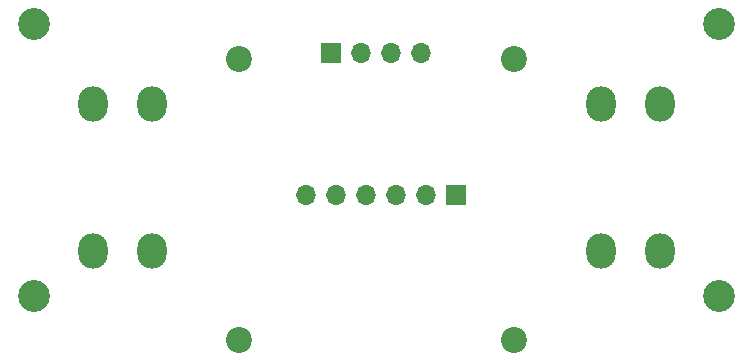
<source format=gts>
G04 #@! TF.GenerationSoftware,KiCad,Pcbnew,(6.0.4)*
G04 #@! TF.CreationDate,2022-03-24T17:43:32+01:00*
G04 #@! TF.ProjectId,MT32pi-MiSTer,4d543332-7069-42d4-9d69-535465722e6b,rev?*
G04 #@! TF.SameCoordinates,Original*
G04 #@! TF.FileFunction,Soldermask,Top*
G04 #@! TF.FilePolarity,Negative*
%FSLAX46Y46*%
G04 Gerber Fmt 4.6, Leading zero omitted, Abs format (unit mm)*
G04 Created by KiCad (PCBNEW (6.0.4)) date 2022-03-24 17:43:32*
%MOMM*%
%LPD*%
G01*
G04 APERTURE LIST*
%ADD10O,2.500000X3.000000*%
%ADD11C,2.700000*%
%ADD12C,2.200000*%
%ADD13R,1.700000X1.700000*%
%ADD14O,1.700000X1.700000*%
G04 APERTURE END LIST*
D10*
X131500000Y-92750000D03*
X131500000Y-105250000D03*
X136500000Y-105250000D03*
X136500000Y-92750000D03*
D11*
X141500000Y-109000000D03*
D10*
X93500000Y-105250000D03*
X93500000Y-92750000D03*
X88500000Y-92750000D03*
X88500000Y-105250000D03*
D12*
X100850000Y-112790000D03*
D13*
X108690000Y-88490000D03*
D14*
X111230000Y-88490000D03*
X113770000Y-88490000D03*
X116310000Y-88490000D03*
D13*
X119280000Y-100450000D03*
D14*
X116740000Y-100450000D03*
X114200000Y-100450000D03*
X111660000Y-100450000D03*
X109120000Y-100450000D03*
X106580000Y-100450000D03*
D11*
X83500000Y-109000000D03*
D12*
X100850000Y-88990000D03*
X124150000Y-112790000D03*
X124150000Y-88990000D03*
D11*
X141500000Y-86000000D03*
X83500000Y-86000000D03*
M02*

</source>
